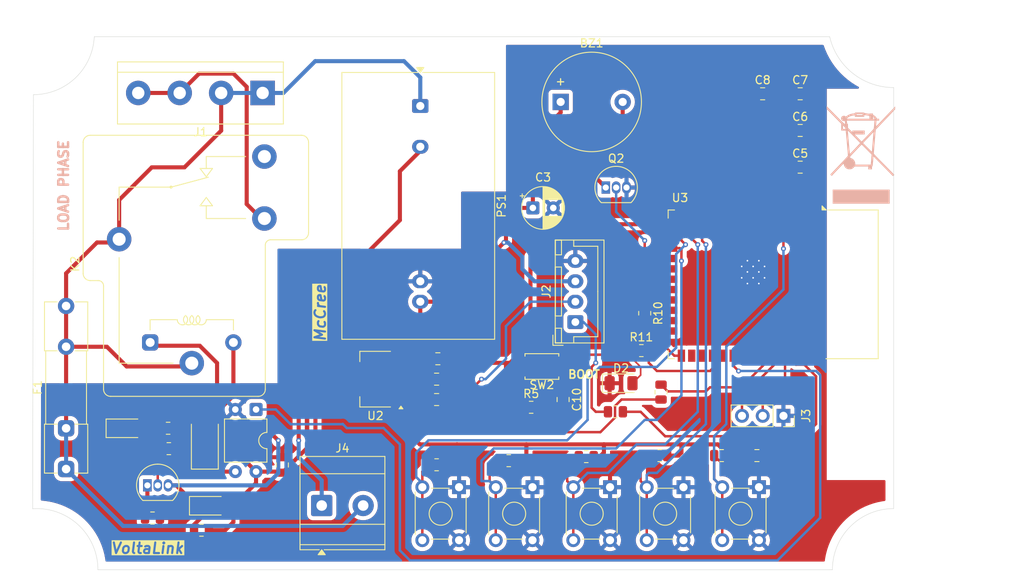
<source format=kicad_pcb>
(kicad_pcb (version 20241229) (generator "pcbnew") (generator_version "9.0")
  (layers (0 "F.Cu" signal) (2 "B.Cu" signal) (13 "F.Paste" user) (15 "B.Paste" user) (5 "F.SilkS" user "F.Silkscreen") (7 "B.SilkS" user "B.Silkscreen") (1 "F.Mask" user) (3 "B.Mask" user) (25 "Edge.Cuts" user))
  (net 0 "")
  (net 1 "Net-(D3-K)")
  (net 2 "AC_L_OUT")
  (net 3 "AC_L_FUSED")
  (net 4 "+5V_RAW")
  (net 5 "GND")
  (net 6 "Net-(Q1-B)")
  (net 7 "Net-(Q1-E)")
  (net 9 "Net-(Q2-B)")
  (net 10 "Net-(BZ1--)")
  (net 11 "Net-(R2-Pad1)")
  (net 12 "Net-(J2-Pin_2)")
  (net 17 "Net-(J2-Pin_1)")
  (net 19 "SDA{slash}IO21")
  (net 22 "BTN{slash}IO12")
  (net 23 "BTN{slash}IO13")
  (net 24 "BTN{slash}IO14")
  (net 25 "BTN{slash}IO27")
  (net 26 "TXD")
  (net 29 "RXD")
  (net 32 "EN{slash}RESET")
  (net 33 "BUZZER_CTRL")
  (net 35 "IO0{slash}BOOT")
  (net 37 "LED_STATUS")
  (net 45 "RELAY_CTRL")
  (net 46 "MCL_3.3V")
  (net 48 "Net-(D1-A)")
  (net 49 "Net-(D2-A)")
  (net 50 "Net-(D3-A)")
  (net 51 "SCL{slash}IO22")
  (net 52 "AC_N_IN")
  (footprint "Buzzer_Beeper:Buzzer_12x9.5RM7.6" (layer "F.Cu") (at 156.2 79.5)
    (property "Reference" "BZ1")
    (property "Value" "Buzzer")
  )
  (footprint "Resistor_SMD:R_0805_2012Metric" (layer "F.Cu") (at 108.1875 122.025 180)
    (property "Reference" "R2" (hide yes))
    (property "Value" "2.2kΩ" (hide yes))
  )
  (footprint "Resistor_SMD:R_0805_2012Metric" (layer "F.Cu") (at 108.1 119.525 180)
    (property "Reference" "R1" (hide yes))
    (property "Value" "220Ω" (hide yes))
  )
  (footprint "Relay_THT:Relay_SPDT_RAYEX-L90" (layer "F.Cu") (at 111 111.54 90)
    (property "Reference" "K2")
    (property "Value" "RAYEX-L90")
  )
  (footprint "Resistor_SMD:R_0805_2012Metric" (layer "F.Cu") (at 175.929167 122.875)
    (property "Reference" "R4" (hide yes))
    (property "Value" "10kΩ" (hide yes))
  )
  (footprint "Capacitor_SMD:C_0805_2012Metric" (layer "F.Cu") (at 141 113.5)
    (property "Reference" "C1" (hide yes))
    (property "Value" "0.1uF" (hide yes))
  )
  (footprint "Package_TO_SOT_THT:TO-92_Inline" (layer "F.Cu") (at 161.73 90)
    (property "Reference" "Q2")
    (property "Value" "PN2222A")
  )
  (footprint "Connector_PinSocket_2.54mm:PinSocket_1x03_P2.54mm_Vertical" (layer "F.Cu") (at 183.5 118 -90)
    (property "Reference" "J3")
    (property "Value" "Conn_01x03_Pin")
  )
  (footprint "Capacitor_SMD:C_0805_2012Metric" (layer "F.Cu") (at 185.55 83)
    (property "Reference" "C6")
    (property "Value" "0.1uF")
  )
  (footprint "Package_DIP:DIP-4_W7.62mm" (layer "F.Cu") (at 118.875 117.22 -90)
    (property "Reference" "U1" (hide yes))
    (property "Value" "PC817" (hide yes))
  )
  (footprint "Capacitor_SMD:C_0805_2012Metric" (layer "F.Cu") (at 122.1 124.025 90)
    (property "Reference" "C2" (hide yes))
    (property "Value" "10uF" (hide yes))
  )
  (footprint "Button_Switch_THT:SW_TH_Tactile_Omron_B3F-10xx" (layer "F.Cu") (at 152.75 126.75 -90)
    (property "Reference" "SW4" (hide yes))
    (property "Value" "SW_Push" (hide yes))
  )
  (footprint "Resistor_SMD:R_0805_2012Metric" (layer "F.Cu") (at 106.1875 130.525 180)
    (property "Reference" "R16" (hide yes))
    (property "Value" "10kΩ" (hide yes))
  )
  (footprint "Resistor_SMD:R_0805_2012Metric" (layer "F.Cu") (at 149.8375 123.5)
    (property "Reference" "R7" (hide yes))
    (property "Value" "10kΩ" (hide yes))
  )
  (footprint "Capacitor_SMD:C_0805_2012Metric" (layer "F.Cu") (at 141.15 111)
    (property "Reference" "C11" (hide yes))
    (property "Value" "0.1uF" (hide yes))
  )
  (footprint "TerminalBlock:TerminalBlock_bornier-4_P5.08mm" (layer "F.Cu") (at 119.68 78.4 180)
    (property "Reference" "J1")
    (property "Value" "Screw_Terminal_01x04")
  )
  (footprint "Capacitor_SMD:C_0805_2012Metric" (layer "F.Cu") (at 180.25 122.875 180)
    (property "Reference" "C9" (hide yes))
    (property "Value" "0.1uF" (hide yes))
  )
  (footprint "Capacitor_SMD:C_0805_2012Metric" (layer "F.Cu") (at 156.5 116 -90)
    (property "Reference" "C10")
    (property "Value" "0.1uF")
  )
  (footprint "Package_TO_SOT_SMD:SOT-223-3_TabPin2" (layer "F.Cu") (at 133.5 113.5 180)
    (property "Reference" "U2")
    (property "Value" "AMS1117-3.3" (hide yes))
  )
  (footprint "Button_Switch_THT:SW_TH_Tactile_Omron_B3F-10xx" (layer "F.Cu") (at 180.5 126.75 -90)
    (property "Reference" "SW1" (hide yes))
    (property "Value" "SW_Push" (hide yes))
  )
  (footprint "Fuse:Fuseholder_Clip-5x20mm_Littelfuse_111_Inline_P20.00x5.00mm_D1.05mm_Horizontal" (layer "F.Cu") (at 95.6 124.525 90)
    (property "Reference" "F1")
    (property "Value" "2A")
  )
  (footprint "Converter_ACDC:Converter_ACDC_Hi-Link_HLK-2Mxx" (layer "F.Cu") (at 139 80 -90)
    (property "Reference" "PS1")
    (property "Value" "HLK-2M05")
  )
  (footprint "Button_Switch_THT:SW_TH_Tactile_Omron_B3F-10xx" (layer "F.Cu") (at 171.25 126.75 -90)
    (property "Reference" "SW6" (hide yes))
    (property "Value" "SW_Push" (hide yes))
  )
  (footprint "Resistor_SMD:R_0805_2012Metric" (layer "F.Cu") (at 159.3375 123)
    (property "Reference" "R8" (hide yes))
    (property "Value" "10kΩ" (hide yes))
  )
  (footprint "TerminalBlock_Phoenix:TerminalBlock_Phoenix_MKDS-3-2-5.08_1x02_P5.08mm_Horizontal" (layer "F.Cu") (at 126.92 129)
    (property "Reference" "J4")
    (property "Value" "Screw_Terminal_01x02")
  )
  (footprint "Resistor_SMD:R_0805_2012Metric" (layer "F.Cu") (at 162.9125 117.5 180)
    (property "Reference" "R13" (hide yes))
    (property "Value" "4.7kΩ" (hide yes))
  )
  (footprint "LED_SMD:LED_1206_3216Metric" (layer "F.Cu") (at 163.6 114)
    (property "Reference" "D2")
    (property "Value" "LED")
  )
  (footprint "Capacitor_SMD:C_0805_2012Metric" (layer "F.Cu") (at 185.55 87.5)
    (property "Reference" "C5")
    (property "Value" "10uF")
  )
  (footprint "Resistor_SMD:R_0805_2012Metric" (layer "F.Cu") (at 166.5 105.4125 -90)
    (property "Reference" "R10")
    (property "Value" "330Ω")
  )
  (footprint "Button_Switch_SMD:SW_Push_SPST_NO_Alps_SKRK" (layer "F.Cu") (at 153.9 111.95 180)
    (property "Reference" "SW2")
    (property "Value" "SW_Push")
  )
  (footprint "Resistor_SMD:R_0805_2012Metric" (layer "F.Cu") (at 166.0875 110)
    (property "Reference" "R11")
    (property "Value" "1kΩ")
  )
  (footprint "Resistor_SMD:R_0805_2012Metric" (layer "F.Cu") (at 168.3375 122.875)
    (property "Reference" "R9" (hide yes))
    (property "Value" "10kΩ" (hide yes))
  )
  (footprint "Capacitor_SMD:C_0805_2012Metric" (layer "F.Cu") (at 185.55 78.5)
    (property "Reference" "C7")
    (property "Value" "0.1uF")
  )
  (footprint "Resistor_SMD:R_0805_2012Metric" (layer "F.Cu") (at 141 124)
    (property "Reference" "R6" (hide yes))
    (property "Value" "10kΩ" (hide yes))
  )
  (footprint "Capacitor_THT:CP_Radial_D5.0mm_P2.50mm" (layer "F.Cu") (at 152.794888 92.5)
    (property "Reference" "C3")
    (property "Value" "100uF")
  )
  (footprint "LED_SMD:LED_1206_3216Metric" (layer "F.Cu") (at 113 129.025)
    (property "Reference" "D3" (hide yes))
    (property "Value" "LED" (hide yes))
  )
  (footprint "Package_TO_SOT_THT:TO-92_Inline" (layer "F.Cu") (at 105.56 126.525)
    (property "Reference" "Q1" (hide yes))
    (property "Value" "PN2222A" (hide yes))
  )
  (footprint "RF_Module:ESP32-WROOM-32D" (layer "F.Cu") (at 179.255 101.875 -90)
    (property "Reference" "U3")
    (property "Value" "ESP32-WROOM-32D")
  )
  (footprint "LED_SMD:LED_1206_3216Metric" (layer "F.Cu") (at 102.7875 119.525)
    (property "Reference" "D1" (hide yes))
    (property "Value" "LED" (hide yes))
  )
  (footprint "Diode_SMD:D_SMA" (layer "F.Cu") (at 112.6 121.025 90)
    (property "Reference" "D4" (hide yes))
    (property "Value" "SS24" (hide yes))
  )
  (footprint "Connector_JST:JST_XH_B4B-XH-A_1x04_P2.50mm_Vertical" (layer "F.Cu") (at 158 106.5 90)
    (property "Reference" "J2")
    (property "Value" "Conn_01x04_Pin")
  )
  (footprint "Resistor_SMD:R_0805_2012Metric" (layer "F.Cu") (at 152.5875 116.95)
    (property "Reference" "R5")
    (property "Value" "10kΩ")
  )
  (footprint "Capacitor_SMD:C_0805_2012Metric" (layer "F.Cu") (at 180.95 78.5)
    (property "Reference" "C8")
    (property "Value" "0.1uF")
  )
  (footprint "Button_Switch_THT:SW_TH_Tactile_Omron_B3F-10xx" (layer "F.Cu") (at 143.75 126.75 -90)
    (property "Reference" "SW3" (hide yes))
    (property "Value" "SW_Push")
  )
  (footprint "Button_Switch_THT:SW_TH_Tactile_Omron_B3F-10xx" (layer "F.Cu") (at 162.25 126.75 -90)
    (property "Reference" "SW5" (hide yes))
    (property "Value" "SW_Push" (hide yes))
  )
  (footprint "Capacitor_SMD:C_0805_2012Metric" (layer "F.Cu") (at 141 116)
    (property "Reference" "C4" (hide yes))
    (property "Value" "10uF" (hide yes))
  )
  (footprint "Resistor_SMD:R_0805_2012Metric" (layer "F.Cu") (at 168.5 115.0875 -90)
    (property "Reference" "R12" (hide yes))
    (property "Value" "4.7kΩ" (hide yes))
  )
  (footprint "Resistor_SMD:R_0805_2012Metric" (layer "F.Cu") (at 112.1875 132.025 180)
    (property "Reference" "R3" (hide yes))
    (property "Value" "1k" (hide yes))
  )
  (footprint "Symbol:WEEE-Logo_8.4x12mm_SilkScreen" (layer "B.Cu") (at 193 86 180)
    (property "Reference" "REF**" (hide yes))
    (property "Value" "WEEE-Logo_8.4x12mm_SilkScreen" (hide yes))
  )
  (gr_arc (start 197 77.736929) (mid 191.992689 75.987337) (end 189.164607 71.5) (stroke (width 0.05)) (layer "Edge.Cuts"))
  (gr_line (start 197 77.736929) (end 197 129.375) (stroke (width 0.05)) (layer "Edge.Cuts"))
  (gr_line (start 189.5 136.875) (end 99.5 136.875) (stroke (width 0.05)) (layer "Edge.Cuts"))
  (gr_line (start 99.049999 71.5) (end 189.164607 71.5) (stroke (width 0.05)) (layer "Edge.Cuts"))
  (gr_arc (start 189.5 136.875) (mid 191.696699 131.571699) (end 197 129.375) (stroke (width 0.05)) (layer "Edge.Cuts"))
  (gr_line (start 91.500213 129.391806) (end 91.6 78.608216) (stroke (width 0.05)) (layer "Edge.Cuts"))
  (gr_arc (start 91.498196 129.391806) (mid 97.122815 131.397157) (end 99.5 136.875) (stroke (width 0.05)) (layer "Edge.Cuts"))
  (gr_arc (start 99.049999 71.5) (mid 96.748525 76.54608) (end 91.6 78.608216) (stroke (width 0.05)) (layer "Edge.Cuts"))
  (gr_text "McCree\n" (at 127.5 109 90) (layer "F.SilkS" knockout) (effects (font (size 1.3 1.3) (thickness 0.26) (bold yes) (italic yes)) (justify left bottom)))
  (gr_text "VoltaLink" (at 101 135 0) (layer "F.SilkS" knockout) (effects (font (size 1.3 1.3) (thickness 0.26) (bold yes) (italic yes)) (justify left bottom)))
  (gr_text "BOOT" (at 157 113.5 0) (layer "F.SilkS") (effects (font (size 1 1) (thickness 0.2) (bold yes)) (justify left bottom)))
  (gr_text "LOAD PHASE" (at 96 95.5 90) (layer "B.SilkS") (effects (font (size 1.2 1.2) (thickness 0.3) (bold yes)) (justify left bottom)))
  (segment (start 108.1 126.525) (end 109.1 126.525) (width 0.5) (layer "F.Cu") (net 1))
  (segment (start 116.1 115.525) (end 112.6 119.025) (width 0.5) (layer "F.Cu") (net 1))
  (segment (start 116.1 109.4) (end 116.1 115.525) (width 0.5) (layer "F.Cu") (net 1))
  (segment (start 109.1 126.525) (end 111.6 129.025) (width 0.5) (layer "F.Cu") (net 1))
  (segment (start 119.6 119.025) (end 121.6 121.025) (width 0.5) (layer "F.Cu") (net 1))
  (segment (start 112.6 119.025) (end 119.6 119.025) (width 0.5) (layer "F.Cu") (net 1))
  (via (at 121.6 121.025) (size 0.6) (drill 0.3) (layers "F.Cu" "B.Cu") (net 1))
  (segment (start 120.1 126.525) (end 121.6 125.025) (width 0.5) (layer "B.Cu") (net 1))
  (segment (start 108.1 126.525) (end 120.1 126.525) (width 0.5) (layer "B.Cu") (net 1))
  (segment (start 121.6 125.025) (end 121.6 121.025) (width 0.5) (layer "B.Cu") (net 1))
  (segment (start 117.729 92.029) (end 119.9 94.2) (width 0.5) (layer "F.Cu") (net 2))
  (segment (start 117.729 77.654) (end 117.729 92.029) (width 0.5) (layer "F.Cu") (net 2))
  (segment (start 111.895 76.025) (end 116.1 76.025) (width 0.5) (layer "F.Cu") (net 2))
  (segment (start 104.44 78.4) (end 109.52 78.4) (width 0.5) (layer "F.Cu") (net 2))
  (segment (start 116.1 76.025) (end 117.729 77.654) (width 0.5) (layer "F.Cu") (net 2))
  (segment (start 109.52 78.4) (end 111.895 76.025) (width 0.5) (layer "F.Cu") (net 2))
  (segment (start 103.015 111.94) (end 111 111.94) (width 0.5) (layer "F.Cu") (net 3))
  (segment (start 95.6 104.525) (end 95.6 109.525) (width 0.5) (layer "F.Cu") (net 3))
  (segment (start 102.1 91.525) (end 102.1 96.74) (width 0.5) (layer "F.Cu") (net 3))
  (segment (start 95.6 119.525) (end 95.6 109.525) (width 0.5) (layer "F.Cu") (net 3))
  (segment (start 114.6 83.025) (end 110.1 87.525) (width 0.5) (layer "F.Cu") (net 3))
  (segment (start 95.6 100.525) (end 95.6 104.525) (width 0.5) (layer "F.Cu") (net 3))
  (segment (start 106.1 87.525) (end 102.1 91.525) (width 0.5) (layer "F.Cu") (net 3))
  (segment (start 110.1 87.525) (end 106.1 87.525) (width 0.5) (layer "F.Cu") (net 3))
  (segment (start 102.1 96.74) (end 99.385 96.74) (width 0.5) (layer "F.Cu") (net 3))
  (segment (start 99.385 96.74) (end 95.6 100.525) (width 0.5) (layer "F.Cu") (net 3))
  (segment (start 100.6 109.525) (end 103.015 111.94) (width 0.5) (layer "F.Cu") (net 3))
  (segment (start 114.6 78.4) (end 114.6 83.025) (width 0.5) (layer "F.Cu") (net 3))
  (segment (start 100.6 109.525) (end 95.6 109.525) (width 0.5) (layer "F.Cu") (net 3))
  (segment (start 95.6 119.525) (end 95.6 124.525) (width 0.5) (layer "B.Cu") (net 3))
  (segment (start 114.6 78.4) (end 119.68 78.4) (width 0.5) (layer "B.Cu") (net 3))
  (segment (start 132 129) (end 129.5 131.5) (width 0.5) (layer "B.Cu") (net 3))
  (segment (start 102.575 131.5) (end 95.6 124.525) (width 0.5) (layer "B.Cu") (net 3))
  (segment (start 139 76.5) (end 137 74.5) (width 0.5) (layer "B.Cu") (net 3))
  (segment (start 122.225 78.4) (end 119.68 78.4) (width 0.5) (layer "B.Cu") (net 3))
  (segment (start 137 74.5) (end 126.125 74.5) (width 0.5) (layer "B.Cu") (net 3))
  (segment (start 126.125 74.5) (end 122.225 78.4) (width 0.5) (layer "B.Cu") (net 3))
  (segment (start 129.5 131.5) (end 102.575 131.5) (width 0.5) (layer "B.Cu") (net 3))
  (segment (start 139 80) (end 139 76.5) (width 0.5) (layer "B.Cu") (net 3))
  (segment (start 115.1 132.025) (end 116.1 131.025) (width 0.5) (layer "F.Cu") (net 4))
  (segment (start 149.5 96.5) (end 149.5 94) (width 0.5) (layer "F.Cu") (net 4))
  (segment (start 126.09781 114.5) (end 129.44881 111.149) (width 0.5) (layer "F.Cu") (net 4))
  (segment (start 122.1 124.975) (end 126.151 120.924) (width 0.5) (layer "F.Cu") (net 4))
  (segment (start 109.0125 119.525) (end 110.1 119.525) (width 0.5) (layer "F.Cu") (net 4))
  (segment (start 152.794888 92.5) (end 152.794888 84.205112) (width 0.5) (layer "F.Cu") (net 4))
  (segment (start 113.1 132.025) (end 115.1 132.025) (width 0.5) (layer "F.Cu") (net 4))
  (segment (start 105.9 109.4) (end 111.975 109.4) (width 0.5) (layer "F.Cu") (net 4))
  (segment (start 111.975 109.4) (end 114.1 111.525) (width 0.5) (layer "F.Cu") (net 4))
  (segment (start 110.1 120.525) (end 112.6 123.025) (width 0.5) (layer "F.Cu") (net 4))
  (segment (start 117.06 123.025) (end 118.875 124.84) (width 0.5) (layer "F.Cu") (net 4))
  (segment (start 149.5 94) (end 151 92.5) (width 0.5) (layer "F.Cu") (net 4))
  (segment (start 140.2 111) (end 140.2 113.35) (width 0.5) (layer "F.Cu") (net 4))
  (segment (start 136.65 111.2) (end 140 111.2) (width 0.5) (layer "F.Cu") (net 4))
  (segment (start 112.6 123.025) (end 117.06 123.025) (width 0.5) (layer "F.Cu") (net 4))
  (segment (start 126 114.5) (end 126.09781 114.5) (width 0.5) (layer "F.Cu") (net 4))
  (segment (start 118.875 126.25) (end 118.875 124.84) (width 0.5) (layer "F.Cu") (net 4))
  (segment (start 140.2 113.35) (end 140.05 113.5) (width 0.5) (layer "F.Cu") (net 4))
  (segment (start 126 116.92081) (end 126.151 117.07181) (width 0.5) (layer "F.Cu") (net 4))
  (segment (start 136.599 111.149) (end 136.65 111.2) (width 0.5) (layer "F.Cu") (net 4))
  (segment (start 149.25 96.75) (end 149.5 96.5) (width 0.5) (layer "F.Cu") (net 4))
  (segment (start 118.875 124.84) (end 121.965 124.84) (width 0.5) (layer "F.Cu") (net 4))
  (segment (start 126 114.5) (end 126 116.92081) (width 0.5) (layer "F.Cu") (net 4))
  (segment (start 121.965 124.84) (end 122.1 124.975) (width 0.5) (layer "F.Cu") (net 4))
  (segment (start 129.44881 111.149) (end 136.599 111.149) (width 0.5) (layer "F.Cu") (net 4))
  (segment (start 142 104) (end 149.25 96.75) (width 0.5) (layer "F.Cu") (net 4))
  (segment (start 156.2 80.8) (end 156.2 79.5) (width 0.5) (layer "F.Cu") (net 4))
  (segment (start 139 104) (end 142 104) (width 0.5) (layer "F.Cu") (net 4))
  (segment (start 140 111.2) (end 140.2 111) (width 0.5) (layer "F.Cu") (net 4))
  (segment (start 114.1 114.4375) (end 114.1 111.525) (width 0.5) (layer "F.Cu") (net 4))
  (segment (start 116.1 129.025) (end 118.875 126.25) (width 0.5) (layer "F.Cu") (net 4))
  (segment (start 139 109.8) (end 140.2 111) (width 0.5) (layer "F.Cu") (net 4))
  (segment (start 152.794888 84.205112) (end 156.2 80.8) (width 0.5) (layer "F.Cu") (net 4))
  (segment (start 109.0125 119.525) (end 114.1 114.4375) (width 0.5) (layer "F.Cu") (net 4))
  (segment (start 126.151 120.924) (end 126.151 117.07181) (width 0.5) (layer "F.Cu") (net 4))
  (segment (start 139 104) (end 139 109.8) (width 0.5) (layer "F.Cu") (net 4))
  (segment (start 110.1 119.525) (end 110.1 120.525) (width 0.5) (layer "F.Cu") (net 4))
  (segment (start 116.1 131.025) (end 116.1 129.025) (width 0.5) (layer "F.Cu") (net 4))
  (segment (start 151 92.5) (end 152.794888 92.5) (width 0.5) (layer "F.Cu") (net 4))
  (via (at 149.25 96.75) (size 0.6) (drill 0.3) (layers "F.Cu" "B.Cu") (net 4))
  (segment (start 151.5 100) (end 151.5 98.5) (width 0.5) (layer "B.Cu") (net 4))
  (segment (start 151.5 98.5) (end 149.75 96.75) (width 0.5) (layer "B.Cu") (net 4))
  (segment (start 149.75 96.75) (end 149.25 96.75) (width 0.5) (layer "B.Cu") (net 4))
  (segment (start 153 101.5) (end 151.5 100) (width 0.5) (layer "B.Cu") (net 4))
  (segment (start 158 101.5) (end 153 101.5) (width 0.5) (layer "B.Cu") (net 4))
  (segment (start 106.83 122.47) (end 106.83 126.525) (width 0.3) (layer "F.Cu") (net 6))
  (segment (start 107.275 122.025) (end 106.83 122.47) (width 0.3) (layer "F.Cu") (net 6))
  (segment (start 105.56 130.24) (end 105.275 130.525) (width 0.5) (layer "F.Cu") (net 7))
  (segment (start 105.56 126.525) (end 105.56 130.24) (width 0.5) (layer "F.Cu") (net 7))
  (segment (start 166.5 104.5) (end 166.5 96.5) (width 0.3) (layer "F.Cu") (net 9))
  (via (at 166.5 96.5) (size 0.6) (drill 0.3) (layers "F.Cu" "B.Cu") (net 9))
  (segment (start 163 93) (end 166.5 96.5) (width 0.3) (layer "B.Cu") (net 9))
  (segment (start 163 90) (end 163 93) (width 0.3) (layer "B.Cu") (net 9))
  (segment (start 160 88.27) (end 160 87.5) (width 0.5) (layer "F.Cu") (net 10))
  (segment (start 161.73 90) (end 160 88.27) (width 0.5) (layer "F.Cu") (net 10))
  (segment (start 160 87.5) (end 163.8 83.7) (width 0.5) (layer "F.Cu") (net 10))
  (segment (start 163.8 83.7) (end 163.8 79.5) (width 0.5) (layer "F.Cu") (net 10))
  (segment (start 109.1 122.173292) (end 111.766708 124.84) (width 0.5) (layer "F.Cu") (net 11))
  (segment (start 109.1 122.025) (end 109.1 122.173292) (width 0.5) (layer "F.Cu") (net 11))
  (segment (start 111.766708 124.84) (end 116.335 124.84) (width 0.5) (layer "F.Cu") (net 11))
  (segment (start 168.4125 116.0875) (end 168.5 116) (width 0.3) (layer "F.Cu") (net 12))
  (segment (start 168 116.0875) (end 168.4125 116.0875) (width 0.3) (layer "F.Cu") (net 12))
  (segment (start 163.65763 116) (end 162.8635 116.79413) (width 0.3) (layer "F.Cu") (net 12))
  (segment (start 168.5 116) (end 163.65763 116) (width 0.3) (layer "F.Cu") (net 12))
  (segment (start 162.8635 118.20587) (end 161.06937 120) (width 0.3) (layer "F.Cu") (net 12))
  (segment (start 145.5 114.5) (end 146.5 113.5) (width 0.3) (layer "F.Cu") (net 12))
  (segment (start 147.5 120) (end 145.5 118) (width 0.3) (layer "F.Cu") (net 12))
  (segment (start 162.8635 116.79413) (end 162.8635 118.20587) (width 0.3) (layer "F.Cu") (net 12))
  (segment (start 161.06937 120) (end 147.5 120) (width 0.3) (layer "F.Cu") (net 12))
  (segment (start 145.5 118) (end 145.5 114.5) (width 0.3) (layer "F.Cu") (net 12))
  (via (at 146.5 113.5) (size 0.6) (drill 0.3) (layers "F.Cu" "B.Cu") (net 12))
  (segment (start 158 104) (end 152.5 104) (width 0.3) (layer "B.Cu") (net 12))
  (segment (start 147 113.5) (end 146.5 113.5) (width 0.3) (layer "B.Cu") (net 12))
  (segment (start 149.5 111) (end 147 113.5) (width 0.3) (layer "B.Cu") (net 12))
  (segment (start 152.5 104) (end 149.5 107) (width 0.3) (layer "B.Cu") (net 12))
  (segment (start 149.5 107) (end 149.5 111) (width 0.3) (layer "B.Cu") (net 12))
  (segment (start 160.5 117.5) (end 160 117) (width 0.3) (layer "F.Cu") (net 17))
  (segment (start 160 117) (end 160 112) (width 0.3) (layer "F.Cu") (net 17))
  (segment (start 162 117.5) (end 160.5 117.5) (width 0.3) (layer "F.Cu") (net 17))
  (segment (start 160 112) (end 160.5 111.5) (width 0.3) (layer "F.Cu") (net 17))
  (via (at 160.5 111.5) (size 0.6) (drill 0.3) (layers "F.Cu" "B.Cu") (net 17))
  (segment (start 160.5 108) (end 159 106.5) (width 0.3) (layer "B.Cu") (net 17))
  (segment (start 159 106.5) (end 158 106.5) (width 0.3) (layer "B.Cu") (net 17))
  (segment (start 160.5 108) (end 160.5 111.5) (width 0.3) (layer "B.Cu") (net 17))
  (segment (start 169.325 115) (end 174 115) (width 0.3) (layer "F.Cu") (net 19))
  (segment (start 174.5 114.5) (end 178.33 114.5) (width 0.3) (layer "F.Cu") (net 19))
  (segment (start 181.155 111.675) (end 181.155 110.625) (width 0.3) (layer "F.Cu") (net 19))
  (segment (start 174 115) (end 174.5 114.5) (width 0.3) (layer "F.Cu") (net 19))
  (segment (start 178.33 114.5) (end 181.155 111.675) (width 0.3) (layer "F.Cu") (net 19))
  (segment (start 168.5 114.175) (end 169.325 115) (width 0.3) (layer "F.Cu") (net 19))
  (segment (start 170.995 96.495) (end 171.5 97) (width 0.3) (layer "F.Cu") (net 22))
  (segment (start 139.25 126.75) (end 139.25 124.8375) (width 0.3) (layer "F.Cu") (net 22))
  (segment (start 170.995 93.125) (end 170.995 96.495) (width 0.3) (layer "F.Cu") (net 22))
  (segment (start 139.25 126.75) (end 139.25 133.25) (width 0.3) (layer "F.Cu") (net 22))
  (segment (start 139.25 124.8375) (end 140.0875 124) (width 0.3) (layer "F.Cu") (net 22))
  (via (at 171.5 97) (size 0.6) (drill 0.3) (layers "F.Cu" "B.Cu") (net 22))
  (segment (start 159.5 118.5) (end 159.5 113.5) (width 0.3) (layer "B.Cu") (net 22))
  (segment (start 157 121) (end 159.5 118.5) (width 0.3) (layer "B.Cu") (net 22))
  (segment (start 139.25 126.75) (end 139.25 126.25) (width 0.3) (layer "B.Cu") (net 22))
  (segment (start 139.25 126.25) (end 138.5 125.5) (width 0.3) (layer "B.Cu") (net 22))
  (segment (start 140 121) (end 157 121) (width 0.3) (layer "B.Cu") (net 22))
  (segment (start 138.5 122.5) (end 140 121) (width 0.3) (layer "B.Cu") (net 22))
  (segment (start 138.5 125.5) (end 138.5 122.5) (width 0.3) (layer "B.Cu") (net 22))
  (segment (start 159.5 113.5) (end 161 112) (width 0.3) (layer "B.Cu") (net 22))
  (segment (start 168 112) (end 170.349 109.651) (width 0.3) (layer "B.Cu") (net 22))
  (segment (start 161 112) (end 168 112) (width 0.3) (layer "B.Cu") (net 22))
  (segment (start 170.349 109.651) (end 170.349 98.151) (width 0.3) (layer "B.Cu") (net 22))
  (segment (start 170.349 98.151) (end 171.5 97) (width 0.3) (layer "B.Cu") (net 22))
  (segment (start 147.5 126) (end 148.25 126.75) (width 0.3) (layer "F.Cu") (net 23))
  (segment (start 147.5 124) (end 147.5 126) (width 0.3) (layer "F.Cu") (net 23))
  (segment (start 171 97.64) (end 171 99) (width 0.3) (layer "F.Cu") (net 23))
  (segment (start 148.25 126.75) (end 148.25 133.25) (width 0.3) (layer "F.Cu") (net 23))
  (segment (start 170.795 97.435) (end 171 97.64) (width 0.3) (layer "F.Cu") (net 23))
  (segment (start 148 123.5) (end 147.5 124) (width 0.3) (layer "F.Cu") (net 23))
  (segment (start 169.745 97.435) (end 170.795 97.435) (width 0.3) (layer "F.Cu") (net 23))
  (segment (start 148.925 123.5) (end 148 123.5) (width 0.3) (layer "F.Cu") (net 23))
  (via (at 171 99) (size 0.6) (drill 0.3) (layers "F.Cu" "B.Cu") (net 23))
  (segment (start 146.5 126) (end 147.5 126) (width 0.3) (layer "B.Cu") (net 23))
  (segment (start 163 122) (end 148 122) (width 0.3) (layer "B.Cu") (net 23))
  (segment (start 171 115.5) (end 168 118.5) (width 0.3) (layer "B.Cu") (net 23))
  (segment (start 171 99) (end 171 115.5) (width 0.3) (layer "B.Cu") (net 23))
  (segment (start 168 118.5) (end 166.5 118.5) (width 0.3) (layer "B.Cu") (net 23))
  (segment (start 146.5 123.5) (end 146.5 126) (width 0.3) (layer "B.Cu") (net 23))
  (segment (start 166.5 118.5) (end 163 122) (width 0.3) (layer "B.Cu") (net 23))
  (segment (start 148 122) (end 146.5 123.5) (width 0.3) (layer "B.Cu") (net 23))
  (segment (start 147.5 126) (end 148.25 126.75) (width 0.3) (layer "B.Cu") (net 23))
  (segment (start 157.75 126.75) (end 157.75 133.25) (width 0.3) (layer "F.Cu") (net 24))
  (segment (start 157.5 123) (end 157 123.5) (width 0.3) (layer "F.Cu") (net 24))
  (segment (start 157 126) (end 157.75 126.75) (width 0.3) (layer "F.Cu") (net 24))
  (segment (start 172.265 96.265) (end 173 97) (width 0.3) (layer "F.Cu") (net 24))
  (segment (start 158.425 123) (end 157.5 123) (width 0.3) (layer "F.Cu") (net 24))
  (segment (start 172.265 93.125) (end 172.265 96.265) (width 0.3) (layer "F.Cu") (net 24))
  (segment (start 157 123.5) (end 157 126) (width 0.3) (layer "F.Cu") (net 24))
  (via (at 173 97) (size 0.6) (drill 0.3) (layers "F.Cu" "B.Cu") (net 24))
  (segment (start 173 117.5) (end 169 121.5) (width 0.3) (layer "B.Cu") (net 24))
  (segment (start 159.5 125) (end 157.75 126.75) (width 0.3) (layer "B.Cu") (net 24))
  (segment (start 169 121.5) (end 165.5 121.5) (width 0.3) (layer "B.Cu") (net 24))
  (segment (start 173 97) (end 173 117.5) (width 0.3) (layer "B.Cu") (net 24))
  (segment (start 162 125) (end 159.5 125) (width 0.3) (layer "B.Cu") (net 24))
  (segment (start 165.5 121.5) (end 162 125) (width 0.3) (layer "B.Cu") (net 24))
  (segment (start 173.535 96.535) (end 174 97) (width 0.3) (layer "F.Cu") (net 25))
  (segment (start 166 123.5) (end 166 126) (width 0.3) (layer "F.Cu") (net 25))
  (segment (start 173.535 93.125) (end 173.535 96.535) (width 0.3) (layer "F.Cu") (net 25))
  (segment (start 166.75 126.75) (end 166.75 133.25) (width 0.3) (layer "F.Cu") (net 25))
  (segment (start 167.425 122.875) (end 166.625 122.875) (width 0.3) (layer "F.Cu") (net 25))
  (segment (start 166.625 122.875) (end 166 123.5) (width 0.3) (layer "F.Cu") (net 25))
  (segment (start 166 126) (end 166.75 126.75) (width 0.3) (layer "F.Cu") (net 25))
  (via (at 174 97) (size 0.6) (drill 0.3) (layers "F.Cu" "B.Cu") (net 25))
  (segment (start 168 125) (end 167 125) (width 0.3) (layer "B.Cu") (net 25))
  (segment (start 166.75 125.25) (end 166.75 126.75) (width 0.3) (layer "B.Cu") (net 25))
  (segment (start 174 97) (end 174 119) (width 0.3) (layer "B.Cu") (net 25))
  (segment (start 167 125) (end 166.75 125.25) (width 0.3) (layer "B.Cu") (net 25))
  (segment (start 174 119) (end 168 125) (width 0.3) (layer "B.Cu") (net 25))
  (segment (start 183.695 110.625) (end 183.695 113.305) (width 0.3) (layer "F.Cu") (net 26))
  (segment (start 183.695 113.305) (end 180.96 116.04) (width 0.3) (layer "F.Cu") (net 26))
  (segment (start 180.96 116.04) (end 180.96 118) (width 0.3) (layer "F.Cu") (net 26))
  (segment (start 182.425 110.625) (end 182.425 111.675) (width 0.3) (layer "F.Cu") (net 29))
  (segment (start 180.6 113.5) (end 180.6 114.4) (width 0.3) (layer "F.Cu") (net 29))
  (segment (start 178.42 116.58) (end 178.42 118) (width 0.3) (layer "F.Cu") (net 29))
  (segment (start 180.6 114.4) (end 178.42 116.58) (width 0.3) (layer "F.Cu") (net 29))
  (segment (start 182.425 111.675) (end 180.6 113.5) (width 0.3) (layer "F.Cu") (net 29))
  (segment (start 184.965 93.125) (end 184.965 95.035) (width 0.3) (layer "F.Cu") (net 32))
  (segment (start 176.067667 123.926) (end 175.016667 122.875) (width 0.3) (layer "F.Cu") (net 32))
  (segment (start 176 126.75) (end 175.016667 125.766667) (width 0.3) (layer "F.Cu") (net 32))
  (segment (start 178.249 123.926) (end 176.067667 123.926) (width 0.3) (layer "F.Cu") (net 32))
  (segment (start 184.965 95.035) (end 183.5 96.5) (width 0.3) (layer "F.Cu") (net 32))
  (segment (start 175.016667 125.766667) (end 175.016667 122.875) (width 0.3) (layer "F.Cu") (net 32))
  (segment (start 183.5 96.5) (end 183.5 97.5) (width 0.3) (layer "F.Cu") (net 32))
  (segment (start 179.3 122.875) (end 178.249 123.926) (width 0.3) (layer "F.Cu") (net 32))
  (segment (start 176 126.75) (end 176 133.25) (width 0.3) (layer "F.Cu") (net 32))
  (via (at 183.5 97.5) (size 0.6) (drill 0.3) (layers "F.Cu" "B.Cu") (net 32))
  (segment (start 175 120.5) (end 175 125.75) (width 0.3) (layer "B.Cu") (net 32))
  (segment (start 176.5 119) (end 175 120.5) (width 0.3) (layer "B.Cu") (net 32))
  (segment (start 183.5 102.5) (end 176.5 109.5) (width 0.3) (layer "B.Cu") (net 32))
  (segment (start 183.5 97.5) (end 183.5 102.5) (width 0.3) (layer "B.Cu") (net 32))
  (segment (start 175 125.75) (end 176 126.75) (width 0.3) (layer "B.Cu") (net 32))
  (segment (start 176.5 109.5) (end 176.5 119) (width 0.3) (layer "B.Cu") (net 32))
  (segment (start 166.5 106.325) (end 166.5 107) (width 0.3) (layer "F.Cu") (net 33))
  (segment (start 168.5 107.5) (end 168.595 107.595) (width 0.3) (layer "F.Cu") (net 33))
  (segment (start 167 107.5) (end 168.5 107.5) (width 0.3) (layer "F.Cu") (net 33))
  (segment (start 166.5 107) (end 167 107.5) (width 0.3) (layer "F.Cu") (net 33))
  (segment (start 168.595 107.595) (end 169.745 107.595) (width 0.3) (layer "F.Cu") (net 33))
  (segment (start 155 116.5) (end 155.45 116.95) (width 0.3) (layer "F.Cu") (net 35))
  (segment (start 168.5 108.5) (end 169 109) (width 0.3) (layer "F.Cu") (net 35))
  (segment (start 151.675 116.95) (end 151.675 116.675) (width 0.3) (layer "F.Cu") (net 35))
  (segment (start 152.9 115.45) (end 154.45 115.45) (width 0.3) (layer "F.Cu") (net 35))
  (segment (start 151.675 116.675) (end 152.9 115.45) (width 0.3) (layer "F.Cu") (net 35))
  (segment (start 158.05 116.95) (end 158.5 116.5) (width 0.3) (layer "F.Cu") (net 35))
  (segment (start 154.45 115.45) (end 155 116) (width 0.3) (layer "F.Cu") (net 35))
  (segment (start 169 109) (end 169 109.5) (width 0.3) (layer "F.Cu") (net 35))
  (segment (start 151.8 111.95) (end 150.4 113.35) (width 0.3) (layer "F.Cu") (net 35))
  (segment (start 155.45 116.95) (end 156.5 116.95) (width 0.3) (layer "F.Cu") (net 35))
  (segment (start 169 109.5) (end 170.125 110.625) (width 0.3) (layer "F.Cu") (net 35))
  (segment (start 158.5 111.5) (end 159.5 110.5) (width 0.3) (layer "F.Cu") (net 35))
  (segment (start 163.5 110) (end 163.5 109) (width 0.3) (layer "F.Cu") (net 35))
  (segment (start 163 110.5) (end 163.5 110) (width 0.3) (layer "F.Cu") (net 35))
  (segment (start 158.5 116.5) (end 158.5 111.5) (width 0.3) (layer "F.Cu") (net 35))
  (segment (start 164 108.5) (end 168.5 108.5) (width 0.3) (layer "F.Cu") (net 35))
  (segment (start 159.5 110.5) (end 163 110.5) (width 0.3) (layer "F.Cu") (net 35))
  (segment (start 155 116) (end 155 116.5) (width 0.3) (layer "F.Cu") (net 35))
  (segment (start 150.4 115.45) (end 151.675 116.725) (width 0.3) (layer "F.Cu") (net 35))
  (segment (start 170.125 110.625) (end 170.995 110.625) (width 0.3) (layer "F.Cu") (net 35))
  (segment (start 163.5 109) (end 164 108.5) (width 0.3) (layer "F.Cu") (net 35))
  (segment (start 150.4 113.35) (end 150.4 115.45) (width 0.3) (layer "F.Cu") (net 35))
  (segment (start 156.5 116.95) (end 158.05 116.95) (width 0.3) (layer "F.Cu") (net 35))
  (segment (start 151.675 116.725) (end 151.675 116.95) (width 0.3) (layer "F.Cu") (net 35))
  (segment (start 156.5 116.95) (end 156.5 116.65) (width 0.3) (layer "F.Cu") (net 35))
  (segment (start 168 112.5) (end 174.5 112.5) (width 0.3) (layer "F.Cu") (net 37))
  (segment (start 167 111.5) (end 168 112.5) (width 0.3) (layer "F.Cu") (net 37))
  (segment (start 167 110) (end 167 111.5) (width 0.3) (layer "F.Cu") (net 37))
  (segment (start 175 112) (end 175 110.82) (width 0.3) (layer "F.Cu") (net 37))
  (segment (start 174.5 112.5) (end 175 112) (width 0.3) (layer "F.Cu") (net 37))
  (segment (start 175 110.82) (end 174.805 110.625) (width 0.3) (layer "F.Cu") (net 37))
  (segment (start 177.345 111.845) (end 178 112.5) (width 0.3) (layer "F.Cu") (net 45))
  (segment (start 177.345 110.625) (end 177.345 111.257) (width 0.3) (layer "F.Cu") (net 45))
  (segment (start 177.345 110.625) (end 177.345 111.845) (width 0.3) (layer "F.Cu") (net 45))
  (via (at 178 112.5) (size 0.6) (drill 0.3) (layers "F.Cu" "B.Cu") (net 45))
  (segment (start 137.724 135.724) (end 136.5 134.5) (width 0.3) (layer "B.Cu") (net 45))
  (segment (start 188 130.5) (end 182.776 135.724) (width 0.3) (layer "B.Cu") (net 45))
  (segment (start 121.295 117.22) (end 118.875 117.22) (width 0.3) (layer "B.Cu") (net 45))
  (segment (start 136.5 121.5) (end 134.5 119.5) (width 0.3) (layer "B.Cu") (net 45))
  (segment (start 188 113) (end 188 130.5) (width 0.3) (layer "B.Cu") (net 45))
  (segment (start 182.776 135.724) (end 137.724 135.724) (width 0.3) (layer "B.Cu") (net 45))
  (segment (start 129.5 119) (end 129.475 119.025) (width 0.3) (layer "B.Cu") (net 45))
  (segment (start 130 119.5) (end 129.5 119) (width 0.3) (layer "B.Cu") (net 45))
  (segment (start 134.5 119.5) (end 130 119.5) (width 0.3) (layer "B.Cu") (net 45))
  (segment (start 129.475 119.025) (end 123.1 119.025) (width 0.3) (layer "B.Cu") (net 45))
  (segment (start 123.1 119.025) (end 121.295 117.22) (width 0.3) (layer "B.Cu") (net 45))
  (segment (start 178 112.5) (end 187.5 112.5) (width 0.3) (layer "B.Cu") (net 45))
  (segment (start 136.5 134.5) (end 136.5 121.5) (width 0.3) (layer "B.Cu") (net 45))
  (segment (start 187.5 112.5) (end 188 113) (width 0.3) (layer "B.Cu") (net 45))
  (segment (start 171 121.5) (end 161.5 121.5) (width 0.5) (layer "F.Cu") (net 46))
  (segment (start 184.6 78.5) (end 184.6 79.9) (width 0.5) (layer "F.Cu") (net 46))
  (segment (start 150.75 123.5) (end 151.5 123.5) (width 0.5) (layer "F.Cu") (net 46))
  (segment (start 152.5 119) (end 153.5 118) (width 0.5) (layer "F.Cu") (net 46))
  (segment (start 141.9125 124) (end 142.5 124) (width 0.5) (layer "F.Cu") (net 46))
  (segment (start 161.5 121.5) (end 152 121.5) (width 0.5) (layer "F.Cu") (net 46))
  (segment (start 184.6 79.9) (end 183.5 81) (width 0.5) (layer "F.Cu") (net 46))
  (segment (start 167 93) (end 167 94.5) (width 0.5) (layer "F.Cu") (net 46))
  (segment (start 182.6 76.5) (end 184.6 78.5) (width 0.5) (layer "F.Cu") (net 46))
  (segment (start 140.05 116) (end 137.949 118.101) (width 0.5) (layer "F.Cu") (net 46))
  (segment (start 137.949 118.101) (end 137.949 120.5) (width 0.5) (layer "F.Cu") (net 46))
  (segment (start 152.5 98.5) (end 152.5 106) (width 0.5) (layer "F.Cu") (net 46))
  (segment (start 156.5 94.5) (end 152.5 98.5) (width 0.5) (layer "F.Cu") (net 46))
  (segment (start 183.5 86.5) (end 183.6 86.5) (width 0.5) (layer "F.Cu") (net 46))
  (segment (start 140.05 116.55) (end 140.05 116) (width 0.5) (layer "F.Cu") (net 46))
  (segment (start 152 106.5) (end 152 109.5) (width 0.5) (layer "F.Cu") (net 46))
  (segment (start 143.5 113.5) (end 143.5 118) (width 0.5) (layer "F.Cu") (net 46))
  (segment (start 181 76.5) (end 182.6 76.5) (width 0.5) (layer "F.Cu") (net 46))
  (segment (start 183.5 83) (end 184.6 83) (width 0.5) (layer "F.Cu") (net 46))
  (segment (start 185 90.5) (end 186.235 91.735) (width 0.5) (layer "F.Cu") (net 46))
  (segment (start 141.5 118) (end 140.05 116.55) (width 0.5) (layer "F.Cu") (net 46))
  (segment (start 185 90.5) (end 169.5 90.5) (width 0.5) (layer "F.Cu") (net 46))
  (segment (start 161 123) (end 161.5 122.5) (width 0.5) (layer "F.Cu") (net 46))
  (segment (start 186.235 91.735) (end 186.235 93.125) (width 0.5) (layer "F.Cu") (net 46))
  (segment (start 183.6 86.5) (end 184.6 87.5) (width 0.5) (layer "F.Cu") (net 46))
  (segment (start 149.5 111.5) (end 149.5 118.5) (width 0.5) (layer "F.Cu") (net 46))
  (segment (start 152 121.5) (end 143.5 121.5) (width 0.5) (layer "F.Cu") (net 46))
  (segment (start 136.65 113.5) (end 137.55 113.5) (width 0.5) (layer "F.Cu") (net 46))
  (segment (start 183.5 85.5) (end 183.5 86.5) (width 0.5) (layer "F.Cu") (net 46))
  (segment (start 180 78.5) (end 180 77.5) (width 0.5) (layer "F.Cu") (net 46))
  (segment (start 151.5 123.5) (end 152 123) (width 0.5) (layer "F.Cu") (net 46))
  (segment (start 170.625 122.875) (end 171 122.5) (width 0.5) (layer "F.Cu") (net 46))
  (segment (start 143.5 121.5) (end 138.949 121.5) (width 0.5) (layer "F.Cu") (net 46))
  (segment (start 184.6 87.5) (end 184.6 90.1) (width 0.5) (layer "F.Cu") (net 46))
  (segment (start 153.5 118) (end 153.5 116.95) (width 0.5) (layer "F.Cu") (net 46))
  (segment (start 149.5 111.5) (end 145.5 111.5) (width 0.5) (layer "F.Cu") (net 46))
  (segment (start 150 119) (end 152.5 119) (width 0.5) (layer "F.Cu") (net 46))
  (segment (start 184.6 90.1) (end 185 90.5) (width 0.5) (layer "F.Cu") (net 46))
  (segment (start 169.25 122.875) (end 170.625 122.875) (width 0.5) (layer "F.Cu") (net 46))
  (segment (start 152 109.5) (end 150 111.5) (width 0.5) (layer "F.Cu") (net 46))
  (segment (start 145.5 111.5) (end 143.5 113.5) (width 0.5) (layer "F.Cu") (net 46))
  (segment (start 150 111.5) (end 149.5 111.5) (width 0.5) (layer "F.Cu") (net 46))
  (segment (start 160.25 123) (end 161 123) (width 0.5) (layer "F.Cu") (net 46))
  (segment (start 184.6 83) (end 184.6 84.4) (width 0.5) (layer "F.Cu") (net 46))
  (segment (start 142.5 124) (end 143.5 123) (width 0.5) (layer "F.Cu") (net 46))
  (segment (start 143.5 118) (end 141.5 118) (width 0.5) (layer "F.Cu") (net 46))
  (segment (start 184.6 84.4) (end 183.5 85.5) (width 0.5) (layer "F.Cu") (net 46))
  (segment (start 180 77.5) (end 181 76.5) (width 0.5) (layer "F.Cu") (net 46))
  (segment (start 138.949 121.5) (end 137.949 120.5) (width 0.5) (layer "F.Cu") (net 46))
  (segment (start 130.35 113.5) (end 136.65 113.5) (width 0.5) (layer "F.Cu") (net 46))
  (segment (start 183.5 81) (end 183.5 83) (width 0.5) (layer "F.Cu") (net 46))
  (segment (start 175.466667 121.5) (end 171 121.5) (width 0.5) (layer "F.Cu") (net 46))
  (segment (start 152 123) (end 152 121.5) (width 0.5) (layer "F.Cu") (net 46))
  (segment (start 169.5 90.5) (end 167 93) (width 0.5) (layer "F.Cu") (net 46))
  (segment (start 176.841667 122.875) (end 175.466667 121.5) (width 0.5) (layer "F.Cu") (net 46))
  (segment (start 143.5 123) (end 143.5 121.5) (width 0.5) (layer "F.Cu") (net 46))
  (segment (start 161.5 122.5) (end 161.5 121.5) (width 0.5) (layer "F.Cu") (net 46))
  (segment (start 149.5 118.5) (end 150 119) (width 0.5) (layer "F.Cu") (net 46))
  (segment (start 167 94.5) (end 156.5 94.5) (width 0.5) (layer "F.Cu") (net 46))
  (segment (start 137.55 113.5) (end 140.05 116) (width 0.5) (layer "F.Cu") (net 46))
  (segment (start 152.5 106) (end 152 106.5) (width 0.5) (layer "F.Cu") (net 46))
  (segment (start 171 122.5) (end 171 121.5) (width 0.5) (layer "F.Cu") (net 46))
  (segment (start 104.1875 119.525) (end 107.1875 119.525) (width 0.2) (layer "F.Cu") (net 48))
  (segment (start 166 113) (end 165 114) (width 0.2) (layer "F.Cu") (net 49))
  (segment (start 165.175 111.175) (end 166 112) (width 0.2) (layer "F.Cu") (net 49))
  (segment (start 165 110) (end 165.175 110) (width 0.2) (layer "F.Cu") (net 49))
  (segment (start 166 112) (end 166 113) (width 0.2) (layer "F.Cu") (net 49))
  (segment (start 165.175 110) (end 165.175 111.175) (width 0.2) (layer "F.Cu") (net 49))
  (segment (start 165 114) (end 165.5 114) (width 0.2) (layer "F.Cu") (net 49))
  (segment (start 113.6 129.025) (end 114.4 129.025) (width 0.5) (layer "F.Cu") (net 50))
  (segment (start 111.275 132.025) (end 111.275 131.35) (width 0.5) (layer "F.Cu") (net 50))
  (segment (start 111.275 131.35) (end 113.6 129.025) (width 0.5) (layer "F.Cu") (net 50))
  (segment (start 186.066 111.726) (end 185.016 111.726) (width 0.3) (layer "F.Cu") (net 51))
  (segment (start 187.5 119) (end 187.5 113.16) (width 0.3) (layer "F.Cu") (net 51))
  (segment (start 185.016 111.726) (end 184.965 111.675) (width 0.3) (layer "F.Cu") (net 51))
  (segment (start 187.5 113.16) (end 186.066 111.726) (width 0.3) (layer "F.Cu") (net 51))
  (segment (start 169 120.5) (end 186 120.5) (width 0.3) (layer "F.Cu") (net 51))
  (segment (start 166 117.5) (end 169 120.5) (width 0.3) (layer "F.Cu") (net 51))
  (segment (start 184.965 111.675) (end 184.965 110.625) (width 0.3) (layer "F.Cu") (net 51))
  (segment (start 163.825 117.5) (end 166 117.5) (width 0.3) (layer "F.Cu") (net 51))
  (segment (start 186 120.5) (end 187.5 119) (width 0.3) (layer "F.Cu") (net 51))
  (segment (start 132 98.5) (end 136.5 94) (width 0.5) (layer "F.Cu") (net 52))
  (segment (start 125 98.5) (end 132 98.5) (width 0.5) (layer "F.Cu") (net 52))
  (segment (start 136.5 94) (end 136.5 88) (width 0.5) (layer "F.Cu") (net 52))
  (segment (start 136.5 88) (end 139 85.5) (width 0.5) (layer "F.Cu") (net 52))
  (segment (start 139 85.5) (end 139 85) (width 0.5) (layer "F.Cu") (net 52))
  (segment (start 124.1 121.025) (end 124.1 99.4) (width 0.5) (layer "F.Cu") (net 52))
  (segment (start 124.1 99.4) (end 125 98.5) (width 0.5) (layer "F.Cu") (net 52))
  (via (at 124.1 121.025) (size 0.6) (drill 0.3) (layers "F.Cu" "B.Cu") (net 52))
  (segment (start 126.92 125.92) (end 126.92 129) (width 0.5) (layer "B.Cu") (net 52))
  (segment (start 124.1 123.1) (end 126.92 125.92) (width 0.5) (layer "B.Cu") (net 52))
  (segment (start 124.1 121.025) (end 124.1 123.1) (width 0.5) (layer "B.Cu") (net 52))
  (zone (net 5) (net_name "GND") (layers "F.Cu" "B.Cu") (connect_pads (clearance 0.5)) (min_thickness 0.25) (fill yes (thermal_gap 0.5) (thermal_bridge_width 0.5))
    (polygon (pts (xy 87.5 114) (xy 87.5 138) (xy 213 138) (xy 212.591547 67) (xy 149.5 67) (xy 149.5 90.5) (xy 144 90.5) (xy 144 97.5) (xy 121.5 97.5) (xy 121.5 114)))
  )
)
</source>
